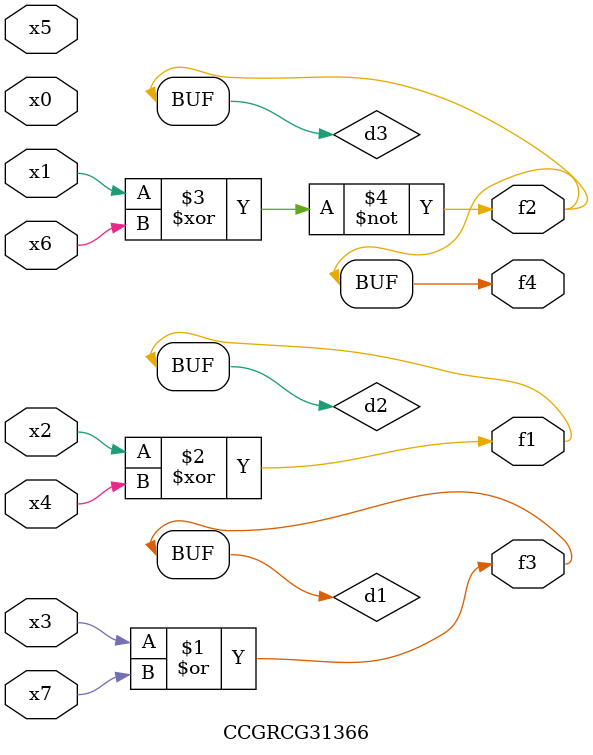
<source format=v>
module CCGRCG31366(
	input x0, x1, x2, x3, x4, x5, x6, x7,
	output f1, f2, f3, f4
);

	wire d1, d2, d3;

	or (d1, x3, x7);
	xor (d2, x2, x4);
	xnor (d3, x1, x6);
	assign f1 = d2;
	assign f2 = d3;
	assign f3 = d1;
	assign f4 = d3;
endmodule

</source>
